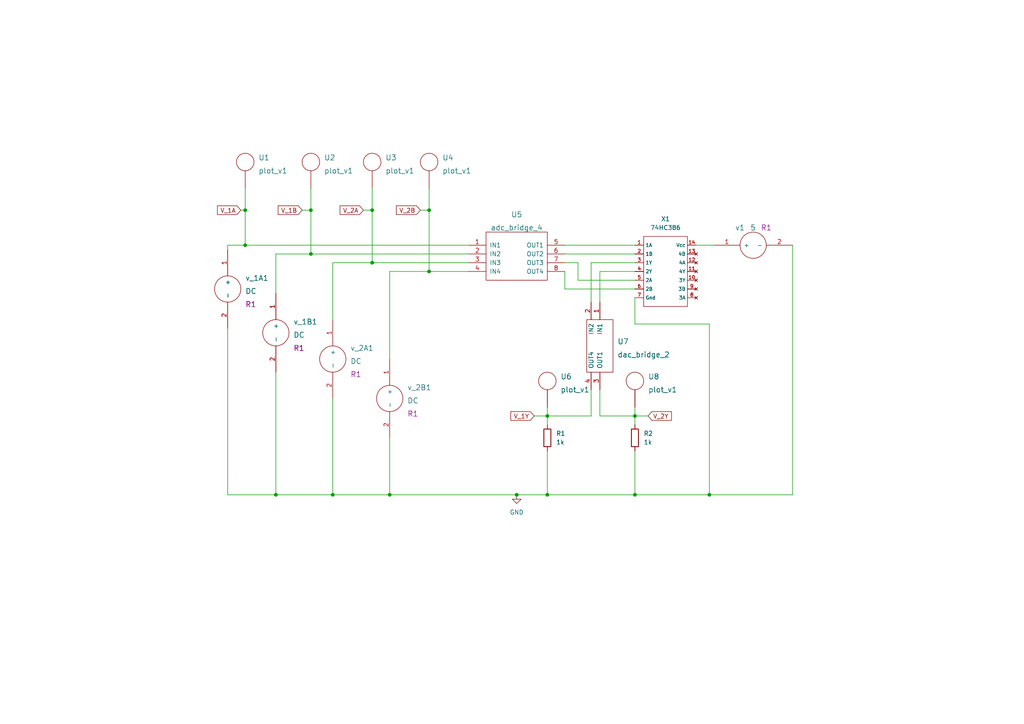
<source format=kicad_sch>
(kicad_sch (version 20211123) (generator eeschema)
  (paper "A4")
  (lib_symbols
    (symbol "DC_1" (pin_names (offset 1.016))
      (property "Reference" "v_1A" (at 5.08 3.175 0))
      (property "Value" "DC_1" (at 5.08 -0.635 0))
      (property "Footprint" "R1" (at 5.08 -4.445 0))
      (symbol "DC_1_0_1"
        (circle (center 0 0) (radius 3.81))
      )
      (symbol "DC_1_1_1"
        (pin power_out line (at 0 11.43 270) (length 7.62) (name "+") (number "1"))
        (pin power_in line (at 0 -11.43 90) (length 7.62) (name "-") (number "2"))
      )
    )
    (symbol "DC_2" (pin_names (offset 1.016))
      (property "Reference" "v_1B" (at 5.08 3.175 0))
      (property "Value" "DC_2" (at 5.08 -0.635 0))
      (property "Footprint" "R1" (at 5.08 -4.445 0))
      (symbol "DC_2_0_1"
        (circle (center 0 0) (radius 3.81))
      )
      (symbol "DC_2_1_1"
        (pin power_out line (at 0 11.43 270) (length 7.62) (name "+") (number "1"))
        (pin power_in line (at 0 -11.43 90) (length 7.62) (name "-") (number "2"))
      )
    )
    (symbol "DC_3" (pin_names (offset 1.016))
      (property "Reference" "v_2A" (at 5.08 3.175 0))
      (property "Value" "DC_3" (at 5.08 -0.635 0))
      (property "Footprint" "R1" (at 5.08 -4.445 0))
      (symbol "DC_3_0_1"
        (circle (center 0 0) (radius 3.81))
      )
      (symbol "DC_3_1_1"
        (pin power_out line (at 0 11.43 270) (length 7.62) (name "+") (number "1"))
        (pin power_in line (at 0 -11.43 90) (length 7.62) (name "-") (number "2"))
      )
    )
    (symbol "DC_4" (pin_names (offset 1.016))
      (property "Reference" "v_2B" (at 5.08 3.175 0))
      (property "Value" "DC_4" (at 5.08 -0.635 0))
      (property "Footprint" "R1" (at 5.08 -4.445 0))
      (symbol "DC_4_0_1"
        (circle (center 0 0) (radius 3.81))
      )
      (symbol "DC_4_1_1"
        (pin power_out line (at 0 11.43 270) (length 7.62) (name "+") (number "1"))
        (pin power_in line (at 0 -11.43 90) (length 7.62) (name "-") (number "2"))
      )
    )
    (symbol "eSim_Devices:resistor" (pin_numbers hide) (pin_names (offset 0))
      (property "Reference" "R" (at 1.27 3.302 0))
      (property "Value" "resistor" (at 1.27 -1.27 0))
      (symbol "resistor_0_1"
        (rectangle (start 3.81 0.254) (end -1.27 2.286) (stroke (width 0.254)))
      )
      (symbol "resistor_1_1"
        (pin passive line (at -2.54 1.27 0) (length 1.27) (name "~") (number "1"))
        (pin passive line (at 5.08 1.27 180) (length 1.27) (name "~") (number "2"))
      )
    )
    (symbol "eSim_Hybrid:adc_bridge_4" (pin_names (offset 1.016))
      (property "Reference" "U" (at 0 0 0))
      (property "Value" "adc_bridge_4" (at 0 7.62 0))
      (symbol "adc_bridge_4_0_1"
        (rectangle (start -8.89 8.89) (end 8.89 -5.08))
      )
      (symbol "adc_bridge_4_1_1"
        (pin input line (at -13.97 5.08 0) (length 5.08) (name "IN1") (number "1"))
        (pin input line (at -13.97 2.54 0) (length 5.08) (name "IN2") (number "2"))
        (pin input line (at -13.97 0 0) (length 5.08) (name "IN3") (number "3"))
        (pin input line (at -13.97 -2.54 0) (length 5.08) (name "IN4") (number "4"))
        (pin output line (at 13.97 5.08 180) (length 5.08) (name "OUT1") (number "5"))
        (pin output line (at 13.97 2.54 180) (length 5.08) (name "OUT2") (number "6"))
        (pin output line (at 13.97 0 180) (length 5.08) (name "OUT3") (number "7"))
        (pin output line (at 13.97 -2.54 180) (length 5.08) (name "OUT4") (number "8"))
      )
    )
    (symbol "eSim_Hybrid:dac_bridge_2" (pin_names (offset 1.016))
      (property "Reference" "U" (at 0 0 0))
      (property "Value" "dac_bridge_2" (at 1.27 3.81 0))
      (symbol "dac_bridge_2_0_1"
        (rectangle (start -6.35 5.08) (end 8.89 -2.54))
      )
      (symbol "dac_bridge_2_1_1"
        (pin input line (at -11.43 1.27 0) (length 5.08) (name "IN1") (number "1"))
        (pin input line (at -11.43 -1.27 0) (length 5.08) (name "IN2") (number "2"))
        (pin output line (at 13.97 1.27 180) (length 5.08) (name "OUT1") (number "3"))
        (pin output line (at 13.97 -1.27 180) (length 5.08) (name "OUT4") (number "4"))
      )
    )
    (symbol "eSim_Plot:plot_v1" (pin_names (offset 1.016))
      (property "Reference" "U" (at 0 12.7 0))
      (property "Value" "plot_v1" (at 5.08 8.89 0))
      (symbol "plot_v1_0_1"
        (circle (center 0 12.7) (radius 2.54))
      )
      (symbol "plot_v1_1_1"
        (pin input line (at 0 5.08 90) (length 5.08) (name "~") (number "~"))
      )
    )
    (symbol "eSim_Power:eSim_GND" (power) (pin_names (offset 0))
      (property "Value" "eSim_GND" (at 0 -3.81 0))
      (symbol "eSim_GND_0_1"
        (polyline (pts (xy 0 0) (xy 0 -1.27) (xy 1.27 -1.27) (xy 0 -2.54) (xy -1.27 -1.27) (xy 0 -1.27)))
      )
      (symbol "eSim_GND_1_1"
        (pin power_in line (at 0 0 270) (length 0) hide (name "GND") (number "1"))
      )
    )
    (symbol "eSim_Sources:DC" (pin_names (offset 1.016))
      (property "Reference" "v?" (at 0 12.7 90))
      (property "Value" "5" (at 0 8.89 90))
      (property "Footprint" "R1" (at 0 5.08 90))
      (symbol "DC_0_1"
        (circle (center 0 0) (radius 3.81))
      )
      (symbol "DC_1_1"
        (pin power_out line (at 0 11.43 270) (length 7.62) (name "+") (number "1"))
        (pin power_in line (at 0 -11.43 90) (length 7.62) (name "-") (number "2"))
      )
    )
    (symbol "eSim_Subckt:74HC386"
      (property "Reference" "X?" (at 0 15.24 0))
      (property "Value" "74HC386" (at 0 12.7 0))
      (symbol "74HC386_0_1"
        (rectangle (start -6.35 10.16) (end 6.35 -10.16))
      )
      (symbol "74HC386_1_1"
        (pin input line (at -8.89 7.62 0) (length 2.54) (name "1A") (number "1"))
        (pin no_connect line (at 8.89 -2.54 180) (length 2.54) (name "3Y") (number "10"))
        (pin no_connect line (at 8.89 0 180) (length 2.54) (name "4Y") (number "11"))
        (pin no_connect line (at 8.89 2.54 180) (length 2.54) (name "4A") (number "12"))
        (pin no_connect line (at 8.89 5.08 180) (length 2.54) (name "4B") (number "13"))
        (pin power_in line (at 8.89 7.62 180) (length 2.54) (name "Vcc") (number "14"))
        (pin input line (at -8.89 5.08 0) (length 2.54) (name "1B") (number "2"))
        (pin output line (at -8.89 2.54 0) (length 2.54) (name "1Y") (number "3"))
        (pin output line (at -8.89 0 0) (length 2.54) (name "2Y") (number "4"))
        (pin input line (at -8.89 -2.54 0) (length 2.54) (name "2A") (number "5"))
        (pin input line (at -8.89 -5.08 0) (length 2.54) (name "2B") (number "6"))
        (pin power_in line (at -8.89 -7.62 0) (length 2.54) (name "Gnd") (number "7"))
        (pin no_connect line (at 8.89 -7.62 180) (length 2.54) (name "3A") (number "8"))
        (pin no_connect line (at 8.89 -5.08 180) (length 2.54) (name "3B") (number "9"))
      )
    )
  )
  (junction (at 158.75 143.51))
  (junction (at 113.03 143.51))
  (junction (at 90.17 60.96))
  (junction (at 96.52 143.51))
  (junction (at 71.12 60.96))
  (junction (at 149.86 143.51))
  (junction (at 184.15 120.65))
  (junction (at 205.74 143.51))
  (junction (at 71.12 71.12))
  (junction (at 124.46 78.74))
  (junction (at 90.17 73.66))
  (junction (at 80.01 143.51))
  (junction (at 107.95 76.2))
  (junction (at 124.46 60.96))
  (junction (at 184.15 143.51))
  (junction (at 158.75 120.65))
  (junction (at 107.95 60.96))
  (wire (pts (xy 158.75 143.51) (xy 149.86 143.51)))
  (wire (pts (xy 107.95 76.2) (xy 135.89 76.2)))
  (wire (pts (xy 96.52 76.2) (xy 107.95 76.2)))
  (wire (pts (xy 171.45 87.63) (xy 171.45 76.2)))
  (wire (pts (xy 69.85 60.96) (xy 71.12 60.96)))
  (wire (pts (xy 96.52 115.57) (xy 96.52 143.51)))
  (wire (pts (xy 121.92 60.96) (xy 124.46 60.96)))
  (wire (pts (xy 90.17 73.66) (xy 135.89 73.66)))
  (wire (pts (xy 163.83 83.82) (xy 163.83 78.74)))
  (wire (pts (xy 71.12 54.61) (xy 71.12 60.96)))
  (wire (pts (xy 173.99 120.65) (xy 184.15 120.65)))
  (wire (pts (xy 96.52 92.71) (xy 96.52 76.2)))
  (wire (pts (xy 201.93 71.12) (xy 207.01 71.12)))
  (wire (pts (xy 149.86 143.51) (xy 113.03 143.51)))
  (wire (pts (xy 184.15 130.81) (xy 184.15 143.51)))
  (wire (pts (xy 158.75 120.65) (xy 158.75 123.19)))
  (wire (pts (xy 113.03 127) (xy 113.03 143.51)))
  (wire (pts (xy 158.75 120.65) (xy 158.75 118.11)))
  (wire (pts (xy 107.95 54.61) (xy 107.95 60.96)))
  (wire (pts (xy 105.41 60.96) (xy 107.95 60.96)))
  (wire (pts (xy 96.52 143.51) (xy 80.01 143.51)))
  (wire (pts (xy 124.46 78.74) (xy 113.03 78.74)))
  (wire (pts (xy 80.01 85.09) (xy 80.01 73.66)))
  (wire (pts (xy 184.15 118.11) (xy 184.15 120.65)))
  (wire (pts (xy 124.46 54.61) (xy 124.46 60.96)))
  (wire (pts (xy 66.04 72.39) (xy 66.04 71.12)))
  (wire (pts (xy 173.99 113.03) (xy 173.99 120.65)))
  (wire (pts (xy 163.83 76.2) (xy 167.64 76.2)))
  (wire (pts (xy 229.87 143.51) (xy 205.74 143.51)))
  (wire (pts (xy 173.99 78.74) (xy 184.15 78.74)))
  (wire (pts (xy 124.46 60.96) (xy 124.46 78.74)))
  (wire (pts (xy 184.15 93.98) (xy 205.74 93.98)))
  (wire (pts (xy 87.63 60.96) (xy 90.17 60.96)))
  (wire (pts (xy 113.03 78.74) (xy 113.03 104.14)))
  (wire (pts (xy 163.83 71.12) (xy 184.15 71.12)))
  (wire (pts (xy 80.01 73.66) (xy 90.17 73.66)))
  (wire (pts (xy 171.45 113.03) (xy 171.45 120.65)))
  (wire (pts (xy 90.17 54.61) (xy 90.17 60.96)))
  (wire (pts (xy 229.87 71.12) (xy 229.87 143.51)))
  (wire (pts (xy 90.17 60.96) (xy 90.17 73.66)))
  (wire (pts (xy 113.03 143.51) (xy 96.52 143.51)))
  (wire (pts (xy 107.95 60.96) (xy 107.95 76.2)))
  (wire (pts (xy 71.12 71.12) (xy 135.89 71.12)))
  (wire (pts (xy 71.12 60.96) (xy 71.12 71.12)))
  (wire (pts (xy 205.74 93.98) (xy 205.74 143.51)))
  (wire (pts (xy 205.74 143.51) (xy 184.15 143.51)))
  (wire (pts (xy 80.01 107.95) (xy 80.01 143.51)))
  (wire (pts (xy 158.75 130.81) (xy 158.75 143.51)))
  (wire (pts (xy 171.45 120.65) (xy 158.75 120.65)))
  (wire (pts (xy 184.15 86.36) (xy 184.15 93.98)))
  (wire (pts (xy 80.01 143.51) (xy 66.04 143.51)))
  (wire (pts (xy 167.64 81.28) (xy 184.15 81.28)))
  (wire (pts (xy 66.04 71.12) (xy 71.12 71.12)))
  (wire (pts (xy 66.04 143.51) (xy 66.04 95.25)))
  (wire (pts (xy 167.64 76.2) (xy 167.64 81.28)))
  (wire (pts (xy 163.83 73.66) (xy 184.15 73.66)))
  (wire (pts (xy 184.15 120.65) (xy 187.96 120.65)))
  (wire (pts (xy 135.89 78.74) (xy 124.46 78.74)))
  (wire (pts (xy 154.94 120.65) (xy 158.75 120.65)))
  (wire (pts (xy 184.15 83.82) (xy 163.83 83.82)))
  (wire (pts (xy 184.15 143.51) (xy 158.75 143.51)))
  (wire (pts (xy 184.15 120.65) (xy 184.15 123.19)))
  (wire (pts (xy 173.99 87.63) (xy 173.99 78.74)))
  (wire (pts (xy 171.45 76.2) (xy 184.15 76.2)))
  (global_label "V_2Y" (shape input) (at 187.96 120.65 0) (property "Intersheet References" "${INTERSHEET_REFS}" (effects hide)))
  (global_label "V_1B" (shape input) (at 87.63 60.96 180) (property "Intersheet References" "${INTERSHEET_REFS}" (effects hide)))
  (global_label "V_1Y" (shape input) (at 154.94 120.65 180) (property "Intersheet References" "${INTERSHEET_REFS}" (effects hide)))
  (global_label "V_1A" (shape input) (at 69.85 60.96 180) (property "Intersheet References" "${INTERSHEET_REFS}" (effects hide)))
  (global_label "V_2B" (shape input) (at 121.92 60.96 180) (property "Intersheet References" "${INTERSHEET_REFS}" (effects hide)))
  (global_label "V_2A" (shape input) (at 105.41 60.96 180) (property "Intersheet References" "${INTERSHEET_REFS}" (effects hide)))
  (symbol (lib_id "eSim_Sources:DC") (at 218.44 71.12 90) (unit 1)
    (property "Reference" "v1" (at 214.63 66.04 90) (effects (font (size 1.524 1.524))))
    (property "Value" "5" (at 218.44 66.04 90) (effects (font (size 1.524 1.524))))
    (property "Footprint" "R1" (at 222.25 66.04 90) (effects (font (size 1.524 1.524))))
  )
  (symbol (lib_id "eSim_Plot:plot_v1") (at 71.12 59.69 0) (unit 1)
    (property "Reference" "U1" (at 74.93 45.72 0) (effects (font (size 1.524 1.524)) (justify left)))
    (property "Value" "plot_v1" (at 74.93 49.53 0) (effects (font (size 1.524 1.524)) (justify left)))
  )
  (symbol (lib_id "eSim_Plot:plot_v1") (at 124.46 59.69 0) (unit 1)
    (property "Reference" "U4" (at 128.27 45.72 0) (effects (font (size 1.524 1.524)) (justify left)))
    (property "Value" "plot_v1" (at 128.27 49.53 0) (effects (font (size 1.524 1.524)) (justify left)))
  )
  (symbol (lib_id "eSim_Hybrid:dac_bridge_2") (at 172.72 99.06 270) (unit 1)
    (property "Reference" "U7" (at 179.07 99.06 90) (effects (font (size 1.524 1.524)) (justify left)))
    (property "Value" "dac_bridge_2" (at 179.07 102.87 90) (effects (font (size 1.524 1.524)) (justify left)))
  )
  (symbol (lib_name "DC_3") (lib_id "eSim_Sources:DC") (at 96.52 104.14 0) (unit 1)
    (property "Reference" "v_2A1" (at 101.6 100.965 0) (effects (font (size 1.524 1.524)) (justify left)))
    (property "Value" "DC" (at 101.6 104.775 0) (effects (font (size 1.524 1.524)) (justify left)))
    (property "Footprint" "R1" (at 101.6 108.585 0) (effects (font (size 1.524 1.524)) (justify left)))
  )
  (symbol (lib_name "DC_1") (lib_id "eSim_Sources:DC") (at 66.04 83.82 0) (unit 1)
    (property "Reference" "v_1A1" (at 71.12 80.645 0) (effects (font (size 1.524 1.524)) (justify left)))
    (property "Value" "DC" (at 71.12 84.455 0) (effects (font (size 1.524 1.524)) (justify left)))
    (property "Footprint" "R1" (at 71.12 88.265 0) (effects (font (size 1.524 1.524)) (justify left)))
  )
  (symbol (lib_name "DC_2") (lib_id "eSim_Sources:DC") (at 80.01 96.52 0) (unit 1)
    (property "Reference" "v_1B1" (at 85.09 93.345 0) (effects (font (size 1.524 1.524)) (justify left)))
    (property "Value" "DC" (at 85.09 97.155 0) (effects (font (size 1.524 1.524)) (justify left)))
    (property "Footprint" "R1" (at 85.09 100.965 0) (effects (font (size 1.524 1.524)) (justify left)))
  )
  (symbol (lib_id "eSim_Plot:plot_v1") (at 107.95 59.69 0) (unit 1)
    (property "Reference" "U3" (at 111.76 45.72 0) (effects (font (size 1.524 1.524)) (justify left)))
    (property "Value" "plot_v1" (at 111.76 49.53 0) (effects (font (size 1.524 1.524)) (justify left)))
  )
  (symbol (lib_name "DC_4") (lib_id "eSim_Sources:DC") (at 113.03 115.57 0) (unit 1)
    (property "Reference" "v_2B1" (at 118.11 112.395 0) (effects (font (size 1.524 1.524)) (justify left)))
    (property "Value" "DC" (at 118.11 116.205 0) (effects (font (size 1.524 1.524)) (justify left)))
    (property "Footprint" "R1" (at 118.11 120.015 0) (effects (font (size 1.524 1.524)) (justify left)))
  )
  (symbol (lib_id "eSim_Power:eSim_GND") (at 149.86 143.51 0) (unit 1)
    (property "Reference" "#PWR01" (effects hide))
    (property "Value" "eSim_GND" (at 149.86 148.59 0))
  )
  (symbol (lib_id "eSim_Devices:resistor") (at 185.42 128.27 90) (unit 1)
    (property "Reference" "R2" (at 186.69 125.7299 90) (effects (justify right)))
    (property "Value" "1k" (at 186.69 128.2699 90) (effects (justify right)))
  )
  (symbol (lib_id "eSim_Hybrid:adc_bridge_4") (at 149.86 76.2 0) (unit 1)
    (property "Reference" "U5" (at 149.86 62.23 0) (effects (font (size 1.524 1.524))))
    (property "Value" "adc_bridge_4" (at 149.86 66.04 0) (effects (font (size 1.524 1.524))))
  )
  (symbol (lib_id "eSim_Subckt:74HC386") (at 193.04 78.74 0) (unit 1)
    (property "Reference" "X1" (at 193.04 63.5 0))
    (property "Value" "74HC386" (at 193.04 66.04 0))
  )
  (symbol (lib_id "eSim_Devices:resistor") (at 160.02 128.27 90) (unit 1)
    (property "Reference" "R1" (at 161.29 125.7299 90) (effects (justify right)))
    (property "Value" "1k" (at 161.29 128.2699 90) (effects (justify right)))
  )
  (symbol (lib_id "eSim_Plot:plot_v1") (at 90.17 59.69 0) (unit 1)
    (property "Reference" "U2" (at 93.98 45.72 0) (effects (font (size 1.524 1.524)) (justify left)))
    (property "Value" "plot_v1" (at 93.98 49.53 0) (effects (font (size 1.524 1.524)) (justify left)))
  )
  (symbol (lib_id "eSim_Plot:plot_v1") (at 184.15 123.19 0) (unit 1)
    (property "Reference" "U8" (at 187.96 109.22 0) (effects (font (size 1.524 1.524)) (justify left)))
    (property "Value" "plot_v1" (at 187.96 113.03 0) (effects (font (size 1.524 1.524)) (justify left)))
  )
  (symbol (lib_id "eSim_Plot:plot_v1") (at 158.75 123.19 0) (unit 1)
    (property "Reference" "U6" (at 162.56 109.22 0) (effects (font (size 1.524 1.524)) (justify left)))
    (property "Value" "plot_v1" (at 162.56 113.03 0) (effects (font (size 1.524 1.524)) (justify left)))
  )
)
</source>
